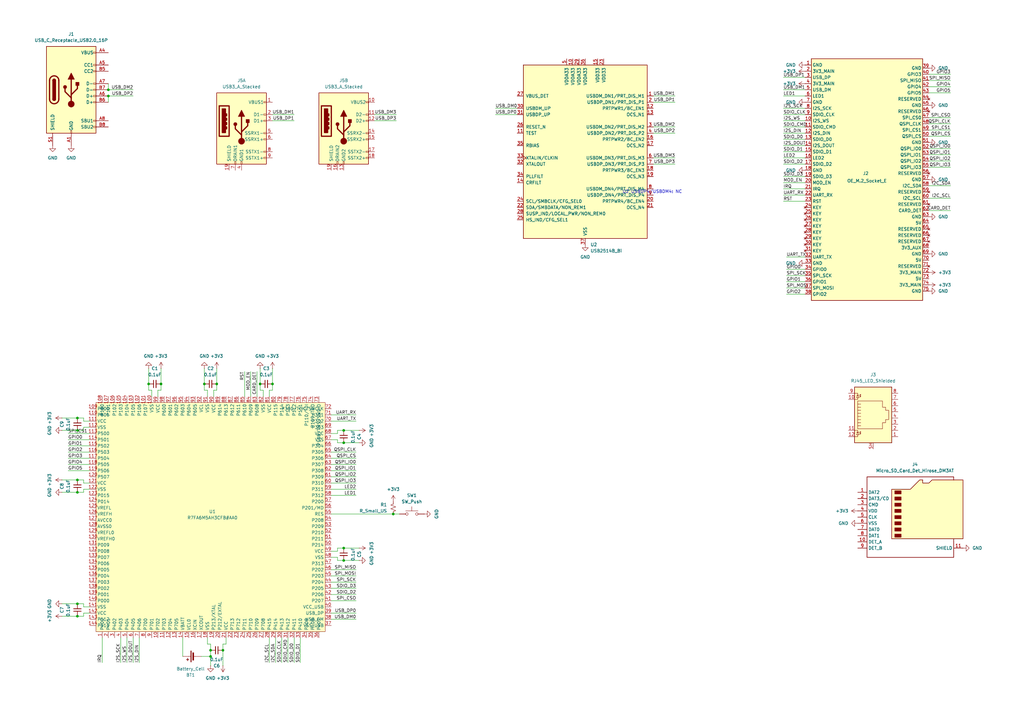
<source format=kicad_sch>
(kicad_sch (version 20250114) (generator "eeschema") (generator_version "9.0")
  (paper "A3")
  (junction (at 31.75 176.53))
  (junction (at 31.75 247.65))
  (junction (at 44.45 39.37))
  (junction (at 140.97 181.61))
  (junction (at 91.44 266.7))
  (junction (at 44.45 36.83))
  (junction (at 140.97 224.79))
  (junction (at 140.97 229.87))
  (junction (at 86.36 266.7))
  (junction (at 140.97 176.53))
  (junction (at 88.9 157.48))
  (junction (at 31.75 196.85))
  (junction (at 31.75 171.45))
  (junction (at 60.96 157.48))
  (junction (at 66.04 157.48))
  (junction (at 31.75 252.73))
  (junction (at 86.36 269.24))
  (junction (at 31.75 201.93))
  (junction (at 106.68 157.48))
  (junction (at 111.76 157.48))
  (junction (at 83.82 157.48))
  (junction (at 161.29 210.82))
  (wire (pts (xy 322.58 105.41) (xy 330.2 105.41)))
  (wire (pts (xy 66.04 160.02) (xy 66.04 157.48)))
  (wire (pts (xy 135.89 198.12) (xy 146.05 198.12)))
  (wire (pts (xy 138.43 226.06) (xy 138.43 224.79)))
  (wire (pts (xy 31.75 252.73) (xy 34.29 252.73)))
  (wire (pts (xy 381 60.96) (xy 389.89 60.96)))
  (wire (pts (xy 123.19 271.78) (xy 123.19 261.62)))
  (wire (pts (xy 135.89 172.72) (xy 146.05 172.72)))
  (wire (pts (xy 321.31 36.83) (xy 330.2 36.83)))
  (wire (pts (xy 162.56 46.99) (xy 153.67 46.99)))
  (wire (pts (xy 322.58 110.49) (xy 330.2 110.49)))
  (wire (pts (xy 86.36 264.16) (xy 86.36 266.7)))
  (wire (pts (xy 321.31 49.53) (xy 330.2 49.53)))
  (wire (pts (xy 381 66.04) (xy 389.89 66.04)))
  (wire (pts (xy 322.58 113.03) (xy 330.2 113.03)))
  (wire (pts (xy 34.29 171.45) (xy 31.75 171.45)))
  (wire (pts (xy 321.31 31.75) (xy 330.2 31.75)))
  (wire (pts (xy 276.86 67.31) (xy 267.97 67.31)))
  (wire (pts (xy 36.83 248.92) (xy 34.29 248.92)))
  (wire (pts (xy 135.89 226.06) (xy 138.43 226.06)))
  (wire (pts (xy 138.43 180.34) (xy 138.43 181.61)))
  (wire (pts (xy 322.58 115.57) (xy 330.2 115.57)))
  (wire (pts (xy 110.49 162.56) (xy 110.49 160.02)))
  (wire (pts (xy 27.94 190.5) (xy 36.83 190.5)))
  (wire (pts (xy 27.94 182.88) (xy 36.83 182.88)))
  (wire (pts (xy 381 35.56) (xy 389.89 35.56)))
  (wire (pts (xy 64.77 160.02) (xy 66.04 160.02)))
  (wire (pts (xy 146.05 246.38) (xy 135.89 246.38)))
  (wire (pts (xy 83.82 151.13) (xy 83.82 157.48)))
  (wire (pts (xy 381 48.26) (xy 389.89 48.26)))
  (wire (pts (xy 66.04 151.13) (xy 66.04 157.48)))
  (wire (pts (xy 111.76 160.02) (xy 111.76 157.48)))
  (wire (pts (xy 381 63.5) (xy 389.89 63.5)))
  (wire (pts (xy 92.71 261.62) (xy 92.71 264.16)))
  (wire (pts (xy 91.44 273.05) (xy 91.44 266.7)))
  (wire (pts (xy 138.43 229.87) (xy 140.97 229.87)))
  (wire (pts (xy 34.29 196.85) (xy 31.75 196.85)))
  (wire (pts (xy 60.96 157.48) (xy 60.96 160.02)))
  (wire (pts (xy 321.31 52.07) (xy 330.2 52.07)))
  (wire (pts (xy 106.68 151.13) (xy 106.68 157.48)))
  (wire (pts (xy 381 81.28) (xy 389.89 81.28)))
  (wire (pts (xy 135.89 180.34) (xy 138.43 180.34)))
  (wire (pts (xy 146.05 254) (xy 135.89 254)))
  (wire (pts (xy 57.15 271.78) (xy 57.15 261.62)))
  (wire (pts (xy 276.86 39.37) (xy 267.97 39.37)))
  (wire (pts (xy 147.32 181.61) (xy 140.97 181.61)))
  (wire (pts (xy 321.31 82.55) (xy 330.2 82.55)))
  (wire (pts (xy 146.05 187.96) (xy 135.89 187.96)))
  (wire (pts (xy 27.94 187.96) (xy 36.83 187.96)))
  (wire (pts (xy 321.31 80.01) (xy 330.2 80.01)))
  (wire (pts (xy 52.07 271.78) (xy 52.07 261.62)))
  (wire (pts (xy 49.53 271.78) (xy 49.53 261.62)))
  (wire (pts (xy 34.29 198.12) (xy 34.29 196.85)))
  (wire (pts (xy 321.31 39.37) (xy 330.2 39.37)))
  (wire (pts (xy 135.89 228.6) (xy 138.43 228.6)))
  (wire (pts (xy 381 86.36) (xy 389.89 86.36)))
  (wire (pts (xy 27.94 193.04) (xy 36.83 193.04)))
  (wire (pts (xy 381 38.1) (xy 389.89 38.1)))
  (wire (pts (xy 86.36 266.7) (xy 86.36 269.24)))
  (wire (pts (xy 27.94 177.8) (xy 36.83 177.8)))
  (wire (pts (xy 321.31 72.39) (xy 330.2 72.39)))
  (wire (pts (xy 161.29 210.82) (xy 163.83 210.82)))
  (wire (pts (xy 88.9 160.02) (xy 88.9 157.48)))
  (wire (pts (xy 107.95 162.56) (xy 107.95 160.02)))
  (wire (pts (xy 321.31 77.47) (xy 330.2 77.47)))
  (wire (pts (xy 321.31 74.93) (xy 330.2 74.93)))
  (wire (pts (xy 36.83 251.46) (xy 34.29 251.46)))
  (wire (pts (xy 54.61 39.37) (xy 44.45 39.37)))
  (wire (pts (xy 25.4 176.53) (xy 31.75 176.53)))
  (wire (pts (xy 110.49 160.02) (xy 111.76 160.02)))
  (wire (pts (xy 203.2 46.99) (xy 212.09 46.99)))
  (wire (pts (xy 74.93 261.62) (xy 74.93 269.24)))
  (wire (pts (xy 115.57 271.78) (xy 115.57 261.62)))
  (wire (pts (xy 203.2 44.45) (xy 212.09 44.45)))
  (wire (pts (xy 107.95 160.02) (xy 106.68 160.02)))
  (wire (pts (xy 118.11 271.78) (xy 118.11 261.62)))
  (wire (pts (xy 60.96 151.13) (xy 60.96 157.48)))
  (wire (pts (xy 138.43 181.61) (xy 140.97 181.61)))
  (wire (pts (xy 135.89 195.58) (xy 146.05 195.58)))
  (wire (pts (xy 162.56 49.53) (xy 153.67 49.53)))
  (wire (pts (xy 276.86 64.77) (xy 267.97 64.77)))
  (wire (pts (xy 54.61 271.78) (xy 54.61 261.62)))
  (wire (pts (xy 25.4 247.65) (xy 31.75 247.65)))
  (wire (pts (xy 321.31 67.31) (xy 330.2 67.31)))
  (wire (pts (xy 321.31 44.45) (xy 330.2 44.45)))
  (wire (pts (xy 44.45 39.37) (xy 44.45 41.91)))
  (wire (pts (xy 25.4 252.73) (xy 31.75 252.73)))
  (wire (pts (xy 85.09 261.62) (xy 85.09 264.16)))
  (wire (pts (xy 322.58 120.65) (xy 330.2 120.65)))
  (wire (pts (xy 138.43 228.6) (xy 138.43 229.87)))
  (wire (pts (xy 146.05 236.22) (xy 135.89 236.22)))
  (wire (pts (xy 62.23 160.02) (xy 60.96 160.02)))
  (wire (pts (xy 120.65 49.53) (xy 111.76 49.53)))
  (wire (pts (xy 140.97 176.53) (xy 138.43 176.53)))
  (wire (pts (xy 106.68 157.48) (xy 106.68 160.02)))
  (wire (pts (xy 102.87 152.4) (xy 102.87 162.56)))
  (wire (pts (xy 34.29 175.26) (xy 34.29 176.53)))
  (wire (pts (xy 34.29 200.66) (xy 34.29 201.93)))
  (wire (pts (xy 381 53.34) (xy 389.89 53.34)))
  (wire (pts (xy 135.89 243.84) (xy 146.05 243.84)))
  (wire (pts (xy 120.65 271.78) (xy 120.65 261.62)))
  (wire (pts (xy 322.58 118.11) (xy 330.2 118.11)))
  (wire (pts (xy 138.43 177.8) (xy 138.43 176.53)))
  (wire (pts (xy 321.31 46.99) (xy 330.2 46.99)))
  (wire (pts (xy 85.09 162.56) (xy 85.09 160.02)))
  (wire (pts (xy 146.05 200.66) (xy 135.89 200.66)))
  (wire (pts (xy 381 33.02) (xy 389.89 33.02)))
  (wire (pts (xy 135.89 190.5) (xy 146.05 190.5)))
  (wire (pts (xy 54.61 36.83) (xy 44.45 36.83)))
  (wire (pts (xy 87.63 162.56) (xy 87.63 160.02)))
  (wire (pts (xy 34.29 251.46) (xy 34.29 252.73)))
  (wire (pts (xy 140.97 224.79) (xy 138.43 224.79)))
  (wire (pts (xy 82.55 269.24) (xy 86.36 269.24)))
  (wire (pts (xy 36.83 198.12) (xy 34.29 198.12)))
  (wire (pts (xy 44.45 34.29) (xy 44.45 36.83)))
  (wire (pts (xy 36.83 200.66) (xy 34.29 200.66)))
  (wire (pts (xy 276.86 41.91) (xy 267.97 41.91)))
  (wire (pts (xy 34.29 248.92) (xy 34.29 247.65)))
  (wire (pts (xy 91.44 266.7) (xy 91.44 264.16)))
  (wire (pts (xy 146.05 238.76) (xy 135.89 238.76)))
  (wire (pts (xy 31.75 201.93) (xy 34.29 201.93)))
  (wire (pts (xy 85.09 264.16) (xy 86.36 264.16)))
  (wire (pts (xy 88.9 151.13) (xy 88.9 157.48)))
  (wire (pts (xy 62.23 162.56) (xy 62.23 160.02)))
  (wire (pts (xy 25.4 196.85) (xy 31.75 196.85)))
  (wire (pts (xy 120.65 46.99) (xy 111.76 46.99)))
  (wire (pts (xy 87.63 160.02) (xy 88.9 160.02)))
  (wire (pts (xy 146.05 233.68) (xy 135.89 233.68)))
  (wire (pts (xy 321.31 59.69) (xy 330.2 59.69)))
  (wire (pts (xy 25.4 171.45) (xy 31.75 171.45)))
  (wire (pts (xy 92.71 264.16) (xy 91.44 264.16)))
  (wire (pts (xy 36.83 172.72) (xy 34.29 172.72)))
  (wire (pts (xy 34.29 247.65) (xy 31.75 247.65)))
  (wire (pts (xy 146.05 251.46) (xy 135.89 251.46)))
  (wire (pts (xy 147.32 176.53) (xy 140.97 176.53)))
  (wire (pts (xy 276.86 52.07) (xy 267.97 52.07)))
  (wire (pts (xy 321.31 54.61) (xy 330.2 54.61)))
  (wire (pts (xy 25.4 201.93) (xy 31.75 201.93)))
  (wire (pts (xy 321.31 57.15) (xy 330.2 57.15)))
  (wire (pts (xy 86.36 269.24) (xy 86.36 273.05)))
  (wire (pts (xy 135.89 170.18) (xy 146.05 170.18)))
  (wire (pts (xy 31.75 176.53) (xy 34.29 176.53)))
  (wire (pts (xy 321.31 64.77) (xy 330.2 64.77)))
  (wire (pts (xy 111.76 151.13) (xy 111.76 157.48)))
  (wire (pts (xy 27.94 180.34) (xy 36.83 180.34)))
  (wire (pts (xy 41.91 271.78) (xy 41.91 261.62)))
  (wire (pts (xy 27.94 185.42) (xy 36.83 185.42)))
  (wire (pts (xy 135.89 193.04) (xy 146.05 193.04)))
  (wire (pts (xy 64.77 162.56) (xy 64.77 160.02)))
  (wire (pts (xy 147.32 229.87) (xy 140.97 229.87)))
  (wire (pts (xy 135.89 177.8) (xy 138.43 177.8)))
  (wire (pts (xy 85.09 160.02) (xy 83.82 160.02)))
  (wire (pts (xy 135.89 210.82) (xy 161.29 210.82)))
  (wire (pts (xy 381 50.8) (xy 389.89 50.8)))
  (wire (pts (xy 146.05 203.2) (xy 135.89 203.2)))
  (wire (pts (xy 321.31 62.23) (xy 330.2 62.23)))
  (wire (pts (xy 381 68.58) (xy 389.89 68.58)))
  (wire (pts (xy 105.41 152.4) (xy 105.41 162.56)))
  (wire (pts (xy 276.86 54.61) (xy 267.97 54.61)))
  (wire (pts (xy 147.32 224.79) (xy 140.97 224.79)))
  (wire (pts (xy 381 30.48) (xy 389.89 30.48)))
  (wire (pts (xy 36.83 175.26) (xy 34.29 175.26)))
  (wire (pts (xy 381 76.2) (xy 389.89 76.2)))
  (wire (pts (xy 100.33 152.4) (xy 100.33 162.56)))
  (wire (pts (xy 34.29 172.72) (xy 34.29 171.45)))
  (wire (pts (xy 381 55.88) (xy 389.89 55.88)))
  (wire (pts (xy 110.49 271.78) (xy 110.49 261.62)))
  (wire (pts (xy 83.82 157.48) (xy 83.82 160.02)))
  (wire (pts (xy 135.89 241.3) (xy 146.05 241.3)))
  (wire (pts (xy 146.05 185.42) (xy 135.89 185.42)))
  (wire (pts (xy 113.03 271.78) (xy 113.03 261.62)))
  (label "SPI_CSO" (at 389.89 48.26 180))
  (label "SDIO_CLK" (at 115.57 271.78 90))
  (label "GPIO1" (at 27.94 182.88 0))
  (label "USB_DM0" (at 203.2 44.45 0))
  (label "USB_DM1" (at 321.31 36.83 0))
  (label "GPIO2" (at 322.58 120.65 0))
  (label "MOD_EN" (at 102.87 152.4 270))
  (label "SPI_MISO" (at 389.89 33.02 180))
  (label "I2S_DIN" (at 321.31 54.61 0))
  (label "SDIO_D0" (at 120.65 271.78 90))
  (label "I2S_DIN" (at 57.15 271.78 90))
  (label "USB_DP2" (at 54.61 39.37 180))
  (label "QSPI_CS" (at 389.89 55.88 180))
  (label "GPIO3" (at 27.94 187.96 0))
  (label "USB_DM0" (at 146.05 254 180))
  (label "GPIO1" (at 322.58 115.57 0))
  (label "QSPI_IO2" (at 389.89 66.04 180))
  (label "GPIO3" (at 389.89 30.48 180))
  (label "I2C_SDA" (at 113.03 271.78 90))
  (label "GPIO4" (at 27.94 190.5 0))
  (label "RST" (at 321.31 82.55 0))
  (label "USB_DM3" (at 162.56 46.99 180))
  (label "CARD_DET" (at 389.89 86.36 180))
  (label "I2S_DOUT" (at 321.31 59.69 0))
  (label "SDIO_CLK" (at 321.31 46.99 0))
  (label "USB_DP1" (at 120.65 49.53 180))
  (label "SPI_CS1" (at 389.89 53.34 180))
  (label "LED1" (at 146.05 203.2 180))
  (label "USB_DP0" (at 203.2 46.99 0))
  (label "SDIO_D3" (at 146.05 241.3 180))
  (label "SPI_MOSI" (at 146.05 236.22 180))
  (label "SDIO_CMD" (at 118.11 271.78 90))
  (label "QSPI_IO1" (at 389.89 63.5 180))
  (label "QSPI_IO2" (at 146.05 195.58 180))
  (label "CARD_DET" (at 105.41 152.4 270))
  (label "QSPI_IO3" (at 389.89 68.58 180))
  (label "SDIO_D1" (at 123.19 271.78 90))
  (label "I2S_WS" (at 321.31 49.53 0))
  (label "GPIO0" (at 322.58 110.49 0))
  (label "SPI_MOSI" (at 322.58 118.11 0))
  (label "GPIO4" (at 389.89 35.56 180))
  (label "USB_DM2" (at 54.61 36.83 180))
  (label "QSPI_CLK" (at 389.89 50.8 180))
  (label "I2C_SCL" (at 110.49 271.78 90))
  (label "USB_DP3" (at 162.56 49.53 180))
  (label "UART_TX" (at 146.05 172.72 180))
  (label "QSPI_IO3" (at 146.05 198.12 180))
  (label "SDIO_D1" (at 321.31 62.23 0))
  (label "USB_DP2" (at 276.86 54.61 180))
  (label "IRQ" (at 41.91 271.78 90))
  (label "I2S_WS" (at 52.07 271.78 90))
  (label "USB_DP1" (at 276.86 41.91 180))
  (label "LED1" (at 321.31 39.37 0))
  (label "SPI_CS1" (at 27.94 177.8 0))
  (label "SPI_CSO" (at 146.05 246.38 180))
  (label "USB_DM2" (at 276.86 52.07 180))
  (label "I2S_SCK" (at 49.53 271.78 90))
  (label "IRQ" (at 321.31 77.47 0))
  (label "GPIO0" (at 27.94 180.34 0))
  (label "LED2" (at 321.31 64.77 0))
  (label "I2S_DOUT" (at 54.61 271.78 90))
  (label "SPI_MISO" (at 146.05 233.68 180))
  (label "UART_TX" (at 322.58 105.41 0))
  (label "I2S_SCK" (at 321.31 44.45 0))
  (label "SDIO_D3" (at 321.31 72.39 0))
  (label "I2C_SDA" (at 389.89 76.2 180))
  (label "SDIO_D2" (at 321.31 67.31 0))
  (label "SDIO_D0" (at 321.31 57.15 0))
  (label "QSPI_IO1" (at 146.05 193.04 180))
  (label "SPI_SCK" (at 322.58 113.03 0))
  (label "QSPI_IO0" (at 146.05 190.5 180))
  (label "UART_RX" (at 321.31 80.01 0))
  (label "LED2" (at 146.05 200.66 180))
  (label "QSPI_IO0" (at 389.89 60.96 180))
  (label "USB_DM1" (at 120.65 46.99 180))
  (label "SDIO_CMD" (at 321.31 52.07 0))
  (label "USB_DM1" (at 276.86 39.37 180))
  (label "QSPI_CS" (at 146.05 187.96 180))
  (label "GPIO2" (at 27.94 185.42 0))
  (label "I2C_SCL" (at 389.89 81.28 180))
  (label "USB_DP0" (at 146.05 251.46 180))
  (label "GPIO5" (at 27.94 193.04 0))
  (label "MOD_EN" (at 321.31 74.93 0))
  (label "USB_DP3" (at 276.86 67.31 180))
  (label "USB_DP1" (at 321.31 31.75 0))
  (label "QSPI_CLK" (at 146.05 185.42 180))
  (label "SDIO_D2" (at 146.05 243.84 180))
  (label "GPIO5" (at 389.89 38.1 180))
  (label "SPI_SCK" (at 146.05 238.76 180))
  (label "UART_RX" (at 146.05 170.18 180))
  (label "USB_DM3" (at 276.86 64.77 180))
  (label "RST" (at 100.33 152.4 270))
  (symbol (lib_id "power:GND") (at 381 104.14 90) (unit 1)
    (property "Reference" "#PWR035" (effects (hide yes)))
    (property "Value" "GND" (at 384.81 104.1399 90) (effects (justify right)))
    (property "Description" "Power symbol creates a global label with name \"GND\" , ground" (effects (hide yes)))
  )
  (symbol (lib_id "power:+3V3") (at 147.32 176.53 270) (mirror x) (unit 1)
    (property "Reference" "#PWR08" (effects (hide yes)))
    (property "Value" "+3V3" (at 152.4 176.53 0))
    (property "Description" "Power symbol creates a global label with name \"+3V3\"" (effects (hide yes)))
  )
  (symbol (lib_id "power:GND") (at 351.79 214.63 270) (unit 1)
    (property "Reference" "#PWR029" (effects (hide yes)))
    (property "Value" "GND" (at 347.98 214.6299 90) (effects (justify right)))
    (property "Description" "Power symbol creates a global label with name \"GND\" , ground" (effects (hide yes)))
  )
  (symbol (lib_id "power:GND") (at 25.4 247.65 270) (mirror x) (unit 1)
    (property "Reference" "#PWR015" (effects (hide yes)))
    (property "Value" "GND" (at 20.32 247.65 0))
    (property "Description" "Power symbol creates a global label with name \"GND\" , ground" (effects (hide yes)))
  )
  (symbol (lib_id "power:GND") (at 381 43.18 90) (unit 1)
    (property "Reference" "#PWR031" (effects (hide yes)))
    (property "Value" "GND" (at 384.81 43.1799 90) (effects (justify right)))
    (property "Description" "Power symbol creates a global label with name \"GND\" , ground" (effects (hide yes)))
  )
  (symbol (lib_id "Device:C_Small") (at 31.75 173.99 180) (unit 1)
    (property "Reference" "C9" (at 25.4 173.9837 90))
    (property "Value" "0.1uF" (at 27.94 173.9837 90))
    (property "Footprint" "Capacitor_SMD:C_0402_1005Metric" (effects (hide yes)))
    (property "Description" "Unpolarized capacitor, small symbol" (effects (hide yes)))
  )
  (symbol (lib_id "power:GND") (at 83.82 151.13 180) (unit 1)
    (property "Reference" "#PWR03" (effects (hide yes)))
    (property "Value" "GND" (at 83.82 146.05 0))
    (property "Description" "Power symbol creates a global label with name \"GND\" , ground" (effects (hide yes)))
  )
  (symbol (lib_id "power:+3V3") (at 147.32 224.79 270) (mirror x) (unit 1)
    (property "Reference" "#PWR012" (effects (hide yes)))
    (property "Value" "+3V3" (at 152.4 224.79 0))
    (property "Description" "Power symbol creates a global label with name \"+3V3\"" (effects (hide yes)))
  )
  (symbol (lib_id "Device:C_Small") (at 31.75 199.39 180) (unit 1)
    (property "Reference" "C8" (at 25.4 199.3837 90))
    (property "Value" "0.1uF" (at 27.94 199.3837 90))
    (property "Footprint" "Capacitor_SMD:C_0402_1005Metric" (effects (hide yes)))
    (property "Description" "Unpolarized capacitor, small symbol" (effects (hide yes)))
  )
  (symbol (lib_id "power:GND") (at 330.2 26.67 270) (unit 1)
    (property "Reference" "#PWR022" (effects (hide yes)))
    (property "Value" "GND" (at 326.39 26.6699 90) (effects (justify right)))
    (property "Description" "Power symbol creates a global label with name \"GND\" , ground" (effects (hide yes)))
  )
  (symbol (lib_id "power:GND") (at 25.4 176.53 270) (unit 1)
    (property "Reference" "#PWR019" (effects (hide yes)))
    (property "Value" "GND" (at 20.32 176.53 0))
    (property "Description" "Power symbol creates a global label with name \"GND\" , ground" (effects (hide yes)))
  )
  (symbol (lib_id "power:GND") (at 25.4 201.93 270) (unit 1)
    (property "Reference" "#PWR017" (effects (hide yes)))
    (property "Value" "GND" (at 20.32 201.93 0))
    (property "Description" "Power symbol creates a global label with name \"GND\" , ground" (effects (hide yes)))
  )
  (symbol (lib_id "power:GND") (at 330.2 69.85 270) (unit 1)
    (property "Reference" "#PWR026" (effects (hide yes)))
    (property "Value" "GND" (at 326.39 69.8499 90) (effects (justify right)))
    (property "Description" "Power symbol creates a global label with name \"GND\" , ground" (effects (hide yes)))
  )
  (symbol (lib_id "Device:C_Small") (at 109.22 157.48 90) (unit 1)
    (property "Reference" "C3" (at 109.2263 151.13 90))
    (property "Value" "0.1uF" (at 109.2263 153.67 90))
    (property "Footprint" "Capacitor_SMD:C_0402_1005Metric" (effects (hide yes)))
    (property "Description" "Unpolarized capacitor, small symbol" (effects (hide yes)))
  )
  (symbol (lib_id "Renesas:R7FA6M5AH3CFB#AA0") (at 86.36 212.09 0) (unit 1)
    (property "Reference" "U1" (at 87.122 209.804 0))
    (property "Value" "R7FA6M5AH3CFB#AA0" (at 87.122 212.344 0))
    (property "Footprint" "Package_QFP:LQFP-144_20x20mm_P0.5mm" (effects (hide yes)))
  )
  (symbol (lib_id "Connector:Micro_SD_Card_Det_Hirose_DM3AT") (at 374.65 212.09 0) (unit 1)
    (property "Reference" "J4" (at 375.285 190.5 0))
    (property "Value" "Micro_SD_Card_Det_Hirose_DM3AT" (at 375.285 193.04 0))
    (property "Footprint" "Connector_Card:microSD_HC_Molex_104031-0811" (effects (hide yes)))
    (property "Datasheet" "https://www.hirose.com/product/en/download_file/key_name/DM3/category/Catalog/doc_file_id/49662/?file_category_id=4&item_id=195&is_series=1" (effects (hide yes)))
    (property "Description" "Micro SD Card Socket with card detection pins" (effects (hide yes)))
  )
  (symbol (lib_id "Device:C_Small") (at 88.9 266.7 270) (unit 1)
    (property "Reference" "C6" (at 88.8937 273.05 90))
    (property "Value" "0.1uF" (at 88.8937 270.51 90))
    (property "Footprint" "Capacitor_SMD:C_0402_1005Metric" (effects (hide yes)))
    (property "Description" "Unpolarized capacitor, small symbol" (effects (hide yes)))
  )
  (symbol (lib_id "Device:R_Small_US") (at 161.29 208.28 0) (mirror x) (unit 1)
    (property "Reference" "R1" (at 158.75 207.0099 0) (effects (justify right)))
    (property "Value" "R_Small_US" (at 158.75 209.5499 0) (effects (justify right)))
    (property "Footprint" "Resistor_SMD:R_0402_1005Metric" (effects (hide yes)))
    (property "Description" "Resistor, small US symbol" (effects (hide yes)))
  )
  (symbol (lib_id "power:+3V3") (at 381 111.76 270) (unit 1)
    (property "Reference" "#PWR036" (effects (hide yes)))
    (property "Value" "+3V3" (at 384.81 111.7599 90) (effects (justify left)))
    (property "Description" "Power symbol creates a global label with name \"+3V3\"" (effects (hide yes)))
  )
  (symbol (lib_id "power:GND") (at 240.03 100.33 0) (unit 1)
    (property "Reference" "#PWR021" (effects (hide yes)))
    (property "Value" "GND" (at 240.03 105.41 0))
    (property "Description" "Power symbol creates a global label with name \"GND\" , ground" (effects (hide yes)))
  )
  (symbol (lib_id "power:+3V3") (at 381 116.84 270) (unit 1)
    (property "Reference" "#PWR037" (effects (hide yes)))
    (property "Value" "+3V3" (at 384.81 116.8399 90) (effects (justify left)))
    (property "Description" "Power symbol creates a global label with name \"+3V3\"" (effects (hide yes)))
  )
  (symbol (lib_id "Device:C_Small") (at 31.75 250.19 180) (unit 1)
    (property "Reference" "C7" (at 25.4 250.1837 90))
    (property "Value" "0.1uF" (at 27.94 250.1837 90))
    (property "Footprint" "Capacitor_SMD:C_0402_1005Metric" (effects (hide yes)))
    (property "Description" "Unpolarized capacitor, small symbol" (effects (hide yes)))
  )
  (symbol (lib_id "Device:C_Small") (at 86.36 157.48 90) (unit 1)
    (property "Reference" "C2" (at 86.3663 151.13 90))
    (property "Value" "0.1uF" (at 86.3663 153.67 90))
    (property "Footprint" "Capacitor_SMD:C_0402_1005Metric" (effects (hide yes)))
    (property "Description" "Unpolarized capacitor, small symbol" (effects (hide yes)))
  )
  (symbol (lib_id "power:GND") (at 86.36 273.05 0) (mirror y) (unit 1)
    (property "Reference" "#PWR013" (effects (hide yes)))
    (property "Value" "GND" (at 86.36 278.13 0))
    (property "Description" "Power symbol creates a global label with name \"GND\" , ground" (effects (hide yes)))
  )
  (symbol (lib_id "Connector:RJ45_LED_Shielded") (at 358.14 171.45 0) (unit 1)
    (property "Reference" "J3" (at 358.14 153.67 0))
    (property "Value" "RJ45_LED_Shielded" (at 358.14 156.21 0))
    (property "Footprint" "Connector_RJ:RJ45_Molex_9346520x_Horizontal" (effects (hide yes)))
    (property "Description" "RJ connector, 8P8C (8 positions 8 connected), two LEDs, Shielded" (effects (hide yes)))
  )
  (symbol (lib_id "Connector:USB3_A_Stacked") (at 99.06 52.07 0) (unit 1)
    (property "Reference" "J5" (at 99.06 33.02 0))
    (property "Value" "USB3_A_Stacked" (at 99.06 35.56 0))
    (property "Footprint" "Connector_USB:USB3_A_Molex_48406-0001_Horizontal_Stacked" (effects (hide yes)))
    (property "Description" "USB 3.0 A connector, stacked" (effects (hide yes)))
  )
  (symbol (lib_id "power:+3V3") (at 88.9 151.13 0) (unit 1)
    (property "Reference" "#PWR04" (effects (hide yes)))
    (property "Value" "+3V3" (at 88.9 146.05 0))
    (property "Description" "Power symbol creates a global label with name \"+3V3\"" (effects (hide yes)))
  )
  (symbol (lib_id "power:GND") (at 21.59 59.69 0) (unit 1)
    (property "Reference" "#PWR01" (effects (hide yes)))
    (property "Value" "GND" (at 21.59 64.77 0))
    (property "Description" "Power symbol creates a global label with name \"GND\" , ground" (effects (hide yes)))
  )
  (symbol (lib_id "power:+3V3") (at 91.44 273.05 0) (mirror x) (unit 1)
    (property "Reference" "#PWR014" (effects (hide yes)))
    (property "Value" "+3V3" (at 91.44 278.13 0))
    (property "Description" "Power symbol creates a global label with name \"+3V3\"" (effects (hide yes)))
  )
  (symbol (lib_id "Connector:USB_C_Receptacle_USB2.0_16P") (at 29.21 36.83 0) (unit 1)
    (property "Reference" "J1" (at 29.21 13.97 0))
    (property "Value" "USB_C_Receptacle_USB2.0_16P" (at 29.21 16.51 0))
    (property "Footprint" "Connector_USB:USB_C_Receptacle_GCT_USB4105-xx-A_16P_TopMnt_Horizontal" (effects (hide yes)))
    (property "Datasheet" "https://www.usb.org/sites/default/files/documents/usb_type-c.zip" (effects (hide yes)))
    (property "Description" "USB 2.0-only 16P Type-C Receptacle connector" (effects (hide yes)))
  )
  (symbol (lib_id "power:GND") (at 381 73.66 90) (unit 1)
    (property "Reference" "#PWR033" (effects (hide yes)))
    (property "Value" "GND" (at 384.81 73.6599 90) (effects (justify right)))
    (property "Description" "Power symbol creates a global label with name \"GND\" , ground" (effects (hide yes)))
  )
  (symbol (lib_id "power:+3V3") (at 161.29 205.74 0) (mirror y) (unit 1)
    (property "Reference" "#PWR041" (effects (hide yes)))
    (property "Value" "+3V3" (at 161.29 200.66 0))
    (property "Description" "Power symbol creates a global label with name \"+3V3\"" (effects (hide yes)))
  )
  (symbol (lib_id "power:GND") (at 29.21 59.69 0) (unit 1)
    (property "Reference" "#PWR02" (effects (hide yes)))
    (property "Value" "GND" (at 29.21 64.77 0))
    (property "Description" "Power symbol creates a global label with name \"GND\" , ground" (effects (hide yes)))
  )
  (symbol (lib_id "power:GND") (at 394.97 224.79 90) (unit 1)
    (property "Reference" "#PWR039" (effects (hide yes)))
    (property "Value" "GND" (at 398.78 224.7899 90) (effects (justify right)))
    (property "Description" "Power symbol creates a global label with name \"GND\" , ground" (effects (hide yes)))
  )
  (symbol (lib_id "power:+3V3") (at 330.2 29.21 90) (unit 1)
    (property "Reference" "#PWR023" (effects (hide yes)))
    (property "Value" "+3V3" (at 326.39 29.2099 90) (effects (justify left)))
    (property "Description" "Power symbol creates a global label with name \"+3V3\"" (effects (hide yes)))
  )
  (symbol (lib_id "power:+3V3") (at 25.4 171.45 90) (unit 1)
    (property "Reference" "#PWR020" (effects (hide yes)))
    (property "Value" "+3V3" (at 20.32 171.45 0))
    (property "Description" "Power symbol creates a global label with name \"+3V3\"" (effects (hide yes)))
  )
  (symbol (lib_id "power:+3V3") (at 25.4 196.85 90) (unit 1)
    (property "Reference" "#PWR018" (effects (hide yes)))
    (property "Value" "+3V3" (at 20.32 196.85 0))
    (property "Description" "Power symbol creates a global label with name \"+3V3\"" (effects (hide yes)))
  )
  (symbol (lib_id "Device:C_Small") (at 140.97 227.33 0) (unit 1)
    (property "Reference" "C5" (at 147.32 227.3363 90))
    (property "Value" "0.1uF" (at 144.78 227.3363 90))
    (property "Footprint" "Capacitor_SMD:C_0402_1005Metric" (effects (hide yes)))
    (property "Description" "Unpolarized capacitor, small symbol" (effects (hide yes)))
  )
  (symbol (lib_id "power:+3V3") (at 111.76 151.13 0) (unit 1)
    (property "Reference" "#PWR06" (effects (hide yes)))
    (property "Value" "+3V3" (at 111.76 146.05 0))
    (property "Description" "Power symbol creates a global label with name \"+3V3\"" (effects (hide yes)))
  )
  (symbol (lib_id "power:GND") (at 173.99 210.82 90) (mirror x) (unit 1)
    (property "Reference" "#PWR040" (effects (hide yes)))
    (property "Value" "GND" (at 179.07 210.82 0))
    (property "Description" "Power symbol creates a global label with name \"GND\" , ground" (effects (hide yes)))
  )
  (symbol (lib_id "Device:C_Small") (at 63.5 157.48 90) (unit 1)
    (property "Reference" "C1" (at 63.5063 151.13 90))
    (property "Value" "0.1uF" (at 63.5063 153.67 90))
    (property "Footprint" "Capacitor_SMD:C_0402_1005Metric" (effects (hide yes)))
    (property "Description" "Unpolarized capacitor, small symbol" (effects (hide yes)))
  )
  (symbol (lib_id "Device:Battery_Cell") (at 80.01 269.24 90) (mirror x) (unit 1)
    (property "Reference" "BT1" (at 78.1685 276.86 90))
    (property "Value" "Battery_Cell" (at 78.1685 274.32 90))
    (property "Footprint" "Battery:Battery_Panasonic_CR2032-HFN_Horizontal_CircularHoles" (effects (hide yes)))
    (property "Description" "Single-cell battery" (effects (hide yes)))
    (property "Sim.Device" "V" (effects (hide yes)))
    (property "Sim.Type" "DC" (effects (hide yes)))
    (property "Sim.Pins" "1=+ 2=-" (effects (hide yes)))
  )
  (symbol (lib_id "power:+3V3") (at 25.4 252.73 90) (mirror x) (unit 1)
    (property "Reference" "#PWR016" (effects (hide yes)))
    (property "Value" "+3V3" (at 20.32 252.73 0))
    (property "Description" "Power symbol creates a global label with name \"+3V3\"" (effects (hide yes)))
  )
  (symbol (lib_id "power:GND") (at 330.2 41.91 270) (unit 1)
    (property "Reference" "#PWR025" (effects (hide yes)))
    (property "Value" "GND" (at 326.39 41.9099 90) (effects (justify right)))
    (property "Description" "Power symbol creates a global label with name \"GND\" , ground" (effects (hide yes)))
  )
  (symbol (lib_id "M2e_Mod:OE_M.2_Socket_E") (at 355.6 73.66 0) (unit 1)
    (property "Reference" "J2" (at 355.092 71.12 0))
    (property "Value" "OE_M.2_Socket_E" (at 355.6 74.168 0))
    (property "Footprint" "M2e_Mod:M2e_Mod" (effects (hide yes)))
    (property "Datasheet" "https://web.archive.org/web/20200613074028/http://read.pudn.com/downloads794/doc/project/3133918/PCIe_M.2_Electromechanical_Spec_Rev1.0_Final_11012013_RS_Clean.pdf#page=150" (effects (hide yes)))
    (property "Description" "M.2 Socket 1-SD Mechanical Key E" (effects (hide yes)))
  )
  (symbol (lib_id "power:GND") (at 147.32 229.87 90) (mirror x) (unit 1)
    (property "Reference" "#PWR011" (effects (hide yes)))
    (property "Value" "GND" (at 152.4 229.87 0))
    (property "Description" "Power symbol creates a global label with name \"GND\" , ground" (effects (hide yes)))
  )
  (symbol (lib_id "power:+3V3") (at 66.04 151.13 0) (unit 1)
    (property "Reference" "#PWR010" (effects (hide yes)))
    (property "Value" "+3V3" (at 66.04 146.05 0))
    (property "Description" "Power symbol creates a global label with name \"+3V3\"" (effects (hide yes)))
  )
  (symbol (lib_id "power:GND") (at 381 88.9 90) (unit 1)
    (property "Reference" "#PWR034" (effects (hide yes)))
    (property "Value" "GND" (at 384.81 88.8999 90) (effects (justify right)))
    (property "Description" "Power symbol creates a global label with name \"GND\" , ground" (effects (hide yes)))
  )
  (symbol (lib_id "power:+3V3") (at 330.2 34.29 90) (unit 1)
    (property "Reference" "#PWR024" (effects (hide yes)))
    (property "Value" "+3V3" (at 326.39 34.2899 90) (effects (justify left)))
    (property "Description" "Power symbol creates a global label with name \"+3V3\"" (effects (hide yes)))
  )
  (symbol (lib_id "power:GND") (at 381 58.42 90) (unit 1)
    (property "Reference" "#PWR032" (effects (hide yes)))
    (property "Value" "GND" (at 384.81 58.4199 90) (effects (justify right)))
    (property "Description" "Power symbol creates a global label with name \"GND\" , ground" (effects (hide yes)))
  )
  (symbol (lib_id "Connector:USB3_A_Stacked") (at 140.97 52.07 0) (unit 2)
    (property "Reference" "J5" (at 140.97 33.02 0))
    (property "Value" "USB3_A_Stacked" (at 140.97 35.56 0))
    (property "Footprint" "Connector_USB:USB3_A_Molex_48406-0001_Horizontal_Stacked" (effects (hide yes)))
    (property "Description" "USB 3.0 A connector, stacked" (effects (hide yes)))
  )
  (symbol (lib_id "Device:C_Small") (at 140.97 179.07 0) (unit 1)
    (property "Reference" "C4" (at 147.32 179.0763 90))
    (property "Value" "0.1uF" (at 144.78 179.0763 90))
    (property "Footprint" "Capacitor_SMD:C_0402_1005Metric" (effects (hide yes)))
    (property "Description" "Unpolarized capacitor, small symbol" (effects (hide yes)))
  )
  (symbol (lib_id "power:GND") (at 147.32 181.61 90) (mirror x) (unit 1)
    (property "Reference" "#PWR07" (effects (hide yes)))
    (property "Value" "GND" (at 152.4 181.61 0))
    (property "Description" "Power symbol creates a global label with name \"GND\" , ground" (effects (hide yes)))
  )
  (symbol (lib_id "power:GND") (at 381 27.94 90) (unit 1)
    (property "Reference" "#PWR030" (effects (hide yes)))
    (property "Value" "GND" (at 384.81 27.9399 90) (effects (justify right)))
    (property "Description" "Power symbol creates a global label with name \"GND\" , ground" (effects (hide yes)))
  )
  (symbol (lib_id "power:GND") (at 330.2 107.95 270) (unit 1)
    (property "Reference" "#PWR027" (effects (hide yes)))
    (property "Value" "GND" (at 326.39 107.9499 90) (effects (justify right)))
    (property "Description" "Power symbol creates a global label with name \"GND\" , ground" (effects (hide yes)))
  )
  (symbol (lib_id "power:GND") (at 60.96 151.13 180) (unit 1)
    (property "Reference" "#PWR09" (effects (hide yes)))
    (property "Value" "GND" (at 60.96 146.05 0))
    (property "Description" "Power symbol creates a global label with name \"GND\" , ground" (effects (hide yes)))
  )
  (symbol (lib_id "power:GND") (at 106.68 151.13 180) (unit 1)
    (property "Reference" "#PWR05" (effects (hide yes)))
    (property "Value" "GND" (at 106.68 146.05 0))
    (property "Description" "Power symbol creates a global label with name \"GND\" , ground" (effects (hide yes)))
  )
  (symbol (lib_id "power:+3V3") (at 351.79 209.55 90) (unit 1)
    (property "Reference" "#PWR028" (effects (hide yes)))
    (property "Value" "+3V3" (at 347.98 209.5499 90) (effects (justify left)))
    (property "Description" "Power symbol creates a global label with name \"+3V3\"" (effects (hide yes)))
  )
  (symbol (lib_id "power:GND") (at 381 119.38 90) (unit 1)
    (property "Reference" "#PWR038" (effects (hide yes)))
    (property "Value" "GND" (at 384.81 119.3799 90) (effects (justify right)))
    (property "Description" "Power symbol creates a global label with name \"GND\" , ground" (effects (hide yes)))
  )
  (symbol (lib_id "Switch:SW_Push") (at 168.91 210.82 0) (unit 1)
    (property "Reference" "SW1" (at 168.91 203.2 0))
    (property "Value" "SW_Push" (at 168.91 205.74 0))
    (property "Footprint" "Button_Switch_SMD:SW_Push_1P1T_NO_CK_KMR2" (effects (hide yes)))
    (property "Description" "Push button switch, generic, two pins" (effects (hide yes)))
  )
  (symbol (lib_id "Interface_USB:USB2514B_Bi") (at 240.03 62.23 0) (unit 1)
    (property "Reference" "U2" (at 242.1733 100.33 0) (effects (justify left)))
    (property "Value" "USB2514B_Bi" (at 242.1733 102.87 0) (effects (justify left)))
    (property "Footprint" "Package_DFN_QFN:QFN-36-1EP_6x6mm_P0.5mm_EP3.7x3.7mm" (effects (hide yes)))
    (property "Datasheet" "http://ww1.microchip.com/downloads/en/DeviceDoc/00001692C.pdf" (effects (hide yes)))
    (property "Description" "USB 2.0 Hi-Speed Hub Controller" (effects (hide yes)))
  )
  (text "U2 USBDP4/USBDM4: NC" (at 255.27 78.74 0) (effects (font (size 1.27 1.27)) (justify left)))
)
</source>
